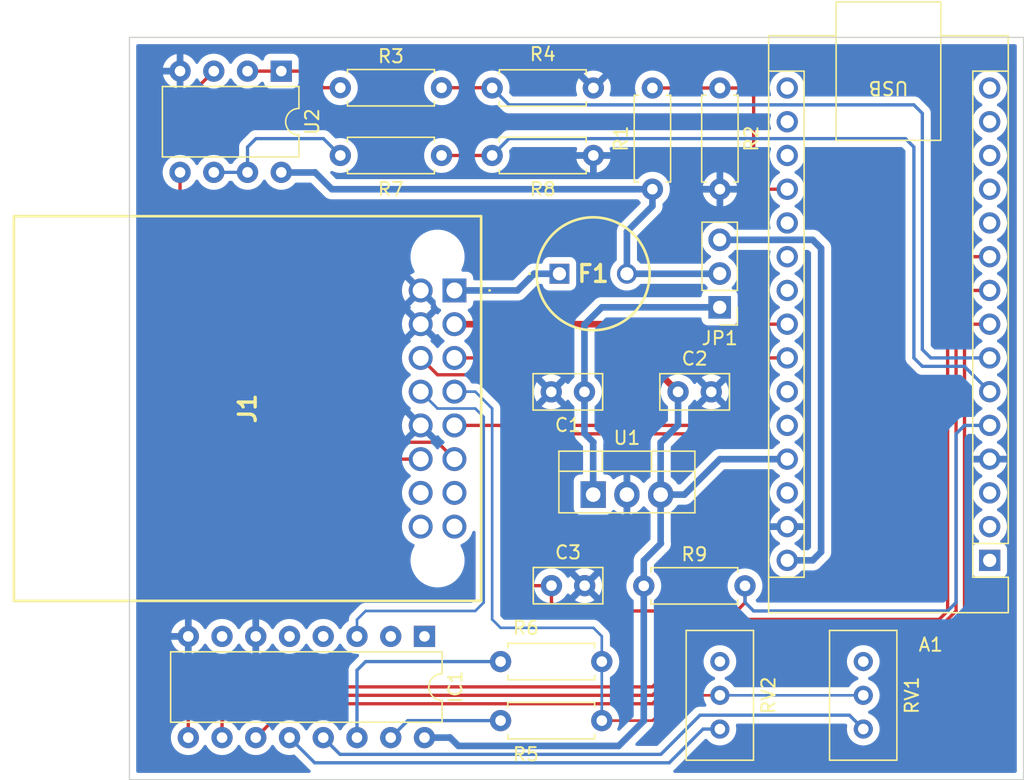
<source format=kicad_pcb>
(kicad_pcb (version 20211014) (generator pcbnew)
  (layers (0 "F.Cu" signal) (31 "B.Cu" signal) (34 "B.Paste" user) (35 "F.Paste" user) (36 "B.SilkS" user "B.Silkscreen") (37 "F.SilkS" user "F.Silkscreen") (38 "B.Mask" user) (39 "F.Mask" user) (44 "Edge.Cuts" user))
  (net 0 "")
  (net 4 "GND")
  (net 5 "/BUTTON+")
  (net 6 "/D3")
  (net 7 "/D4")
  (net 8 "/D5")
  (net 9 "/D6")
  (net 10 "/D7")
  (net 19 "/A0")
  (net 23 "/LCD_SDA")
  (net 24 "/LCD_SCL")
  (net 27 "+5V")
  (net 29 "/VIN")
  (net 30 "Net-(C1-Pad1)")
  (net 31 "+BATT")
  (net 32 "/LCD_BRIGHTNESS-")
  (net 33 "/DIMMER")
  (net 36 "/LCD_BRIGHTNESS+")
  (net 37 "/WATER_TEMP")
  (net 40 "VCC")
  (net 41 "Net-(R3-Pad1)")
  (net 42 "Net-(R7-Pad1)")
  (net 43 "Net-(IC1-Pad14)")
  (net 44 "Net-(IC1-Pad15)")
  (net 50 "Net-(IC1-Pad12)")
  (net 51 "Net-(IC1-Pad13)")
  (footprint "Resistor_THT:R_Axial_DIN0207_L6.3mm_D2.5mm_P7.62mm_Horizontal" (layer "F.Cu") (at 67.93 95.9)
    (fp_text reference "R9" (at 3.81 -2.37) (layer "F.SilkS"))
    (fp_text value "R")
    (fp_line (start 7.08 -1.37) (end 7.08 -1.04) (layer "F.SilkS") (width 0.12))
    (fp_line (start 7.08 1.37) (end 7.08 1.04) (layer "F.SilkS") (width 0.12))
    (fp_line (start 0.54 1.04) (end 0.54 1.37) (layer "F.SilkS") (width 0.12))
    (fp_line (start 0.54 -1.37) (end 7.08 -1.37) (layer "F.SilkS") (width 0.12))
    (fp_line (start 0.54 -1.04) (end 0.54 -1.37) (layer "F.SilkS") (width 0.12))
    (fp_line (start 0.54 1.37) (end 7.08 1.37) (layer "F.SilkS") (width 0.12))
    (pad "1" thru_hole circle (at 0 0) (size 1.6 1.6) (drill 0.8) (layers *.Cu *.Mask) (net 27 "+5V"))
    (pad "2" thru_hole oval (at 7.62 0) (size 1.6 1.6) (drill 0.8) (layers *.Cu *.Mask) (net 5 "/BUTTON+"))
  )
  (footprint "Package_DIP:DIP-8_W7.62mm" (layer "F.Cu") (at 40.64 57.15 -90)
    (fp_text reference "U2" (at 3.81 -2.33 90) (layer "F.SilkS"))
    (fp_text value "TLV2372")
    (fp_line (start 1.16 -1.33) (end 1.16 8.95) (layer "F.SilkS") (width 0.12))
    (fp_line (start 2.81 -1.33) (end 1.16 -1.33) (layer "F.SilkS") (width 0.12))
    (fp_line (start 6.46 -1.33) (end 4.81 -1.33) (layer "F.SilkS") (width 0.12))
    (fp_line (start 6.46 8.95) (end 6.46 -1.33) (layer "F.SilkS") (width 0.12))
    (fp_line (start 1.16 8.95) (end 6.46 8.95) (layer "F.SilkS") (width 0.12))
    (fp_arc (start 4.81 -1.33) (mid 3.81 -0.33) (end 2.81 -1.33) (layer "F.SilkS") (width 0.12))
    (pad "1" thru_hole rect (at 0 0 270) (size 1.6 1.6) (drill 0.8) (layers *.Cu *.Mask) (net 41 "Net-(R3-Pad1)"))
    (pad "2" thru_hole oval (at 0 2.54 270) (size 1.6 1.6) (drill 0.8) (layers *.Cu *.Mask) (net 41 "Net-(R3-Pad1)"))
    (pad "3" thru_hole oval (at 0 5.08 270) (size 1.6 1.6) (drill 0.8) (layers *.Cu *.Mask) (net 37 "/WATER_TEMP"))
    (pad "4" thru_hole oval (at 0 7.62 270) (size 1.6 1.6) (drill 0.8) (layers *.Cu *.Mask) (net 4 "GND"))
    (pad "5" thru_hole oval (at 7.62 7.62 270) (size 1.6 1.6) (drill 0.8) (layers *.Cu *.Mask) (net 33 "/DIMMER"))
    (pad "6" thru_hole oval (at 7.62 5.08 270) (size 1.6 1.6) (drill 0.8) (layers *.Cu *.Mask) (net 42 "Net-(R7-Pad1)"))
    (pad "7" thru_hole oval (at 7.62 2.54 270) (size 1.6 1.6) (drill 0.8) (layers *.Cu *.Mask) (net 42 "Net-(R7-Pad1)"))
    (pad "8" thru_hole oval (at 7.62 0 270) (size 1.6 1.6) (drill 0.8) (layers *.Cu *.Mask) (net 40 "VCC"))
  )
  (footprint "Resistor_THT:R_Axial_DIN0207_L6.3mm_D2.5mm_P7.62mm_Horizontal" (layer "F.Cu") (at 57.15 106.045)
    (fp_text reference "R5" (at 1.905 2.54) (layer "F.SilkS"))
    (fp_text value "R")
    (fp_line (start 7.08 -1.37) (end 7.08 -1.04) (layer "F.SilkS") (width 0.12))
    (fp_line (start 7.08 1.37) (end 7.08 1.04) (layer "F.SilkS") (width 0.12))
    (fp_line (start 0.54 -1.37) (end 7.08 -1.37) (layer "F.SilkS") (width 0.12))
    (fp_line (start 0.54 1.37) (end 7.08 1.37) (layer "F.SilkS") (width 0.12))
    (fp_line (start 0.54 -1.04) (end 0.54 -1.37) (layer "F.SilkS") (width 0.12))
    (fp_line (start 0.54 1.04) (end 0.54 1.37) (layer "F.SilkS") (width 0.12))
    (pad "1" thru_hole circle (at 0 0) (size 1.6 1.6) (drill 0.8) (layers *.Cu *.Mask) (net 44 "Net-(IC1-Pad15)"))
    (pad "2" thru_hole oval (at 7.62 0) (size 1.6 1.6) (drill 0.8) (layers *.Cu *.Mask) (net 36 "/LCD_BRIGHTNESS+"))
  )
  (footprint "Capacitor_THT:C_Disc_D5.0mm_W2.5mm_P2.50mm" (layer "F.Cu") (at 63.465 81.295 180)
    (fp_text reference "C1" (at 1.25 -2.5) (layer "F.SilkS"))
    (fp_text value "330n")
    (fp_line (start -1.37 -1.37) (end 3.87 -1.37) (layer "F.SilkS") (width 0.12))
    (fp_line (start -1.37 1.37) (end 3.87 1.37) (layer "F.SilkS") (width 0.12))
    (fp_line (start 3.87 -1.37) (end 3.87 1.37) (layer "F.SilkS") (width 0.12))
    (fp_line (start -1.37 -1.37) (end -1.37 1.37) (layer "F.SilkS") (width 0.12))
    (pad "1" thru_hole circle (at 0 0 180) (size 1.6 1.6) (drill 0.8) (layers *.Cu *.Mask) (net 30 "Net-(C1-Pad1)"))
    (pad "2" thru_hole circle (at 2.5 0 180) (size 1.6 1.6) (drill 0.8) (layers *.Cu *.Mask) (net 4 "GND"))
  )
  (footprint "Capacitor_THT:C_Disc_D5.0mm_W2.5mm_P2.50mm" (layer "F.Cu") (at 70.51 81.295)
    (fp_text reference "C2" (at 1.25 -2.5) (layer "F.SilkS"))
    (fp_text value "100n")
    (fp_line (start 3.87 -1.37) (end 3.87 1.37) (layer "F.SilkS") (width 0.12))
    (fp_line (start -1.37 -1.37) (end -1.37 1.37) (layer "F.SilkS") (width 0.12))
    (fp_line (start -1.37 1.37) (end 3.87 1.37) (layer "F.SilkS") (width 0.12))
    (fp_line (start -1.37 -1.37) (end 3.87 -1.37) (layer "F.SilkS") (width 0.12))
    (pad "1" thru_hole circle (at 0 0) (size 1.6 1.6) (drill 0.8) (layers *.Cu *.Mask) (net 27 "+5V"))
    (pad "2" thru_hole circle (at 2.5 0) (size 1.6 1.6) (drill 0.8) (layers *.Cu *.Mask) (net 4 "GND"))
  )
  (footprint "Littlefuse_37201000431:37201000431" (layer "F.Cu") (at 61.58 72.405)
    (fp_text reference "F1" (at 2.54 0) (layer "F.SilkS") (effects (font (size 1.27 1.27) (thickness 0.254))))
    (fp_text value "37201000431" hide)
    (fp_line (start -2.2 0) (end -2.2 0) (layer "F.SilkS") (width 0.1))
    (fp_line (start -2.3 0) (end -2.3 0) (layer "F.SilkS") (width 0.1))
    (fp_line (start -1.71 0) (end -1.71 0) (layer "F.SilkS") (width 0.2))
    (fp_line (start 6.79 0) (end 6.79 0) (layer "F.SilkS") (width 0.2))
    (fp_arc (start -2.2 0) (mid -2.25 0.05) (end -2.3 0) (layer "F.SilkS") (width 0.1))
    (fp_arc (start -1.71 0) (mid 2.54 -4.25) (end 6.79 0) (layer "F.SilkS") (width 0.2))
    (fp_arc (start 6.79 0) (mid 2.54 4.25) (end -1.71 0) (layer "F.SilkS") (width 0.2))
    (fp_arc (start -2.3 0) (mid -2.25 -0.05) (end -2.2 0) (layer "F.SilkS") (width 0.1))
    (pad "1" thru_hole rect (at 0 0) (size 1.5 1.5) (drill 1) (layers *.Cu *.Mask) (net 31 "+BATT"))
    (pad "2" thru_hole circle (at 5.08 0) (size 1.5 1.5) (drill 1) (layers *.Cu *.Mask) (net 40 "VCC"))
  )
  (footprint "Resistor_THT:R_Axial_DIN0207_L6.3mm_D2.5mm_P7.62mm_Horizontal" (layer "F.Cu") (at 57.15 101.6)
    (fp_text reference "R6" (at 1.905 -2.54) (layer "F.SilkS"))
    (fp_text value "R")
    (fp_line (start 0.54 -1.04) (end 0.54 -1.37) (layer "F.SilkS") (width 0.12))
    (fp_line (start 0.54 -1.37) (end 7.08 -1.37) (layer "F.SilkS") (width 0.12))
    (fp_line (start 7.08 1.37) (end 7.08 1.04) (layer "F.SilkS") (width 0.12))
    (fp_line (start 7.08 -1.37) (end 7.08 -1.04) (layer "F.SilkS") (width 0.12))
    (fp_line (start 0.54 1.04) (end 0.54 1.37) (layer "F.SilkS") (width 0.12))
    (fp_line (start 0.54 1.37) (end 7.08 1.37) (layer "F.SilkS") (width 0.12))
    (pad "1" thru_hole circle (at 0 0) (size 1.6 1.6) (drill 0.8) (layers *.Cu *.Mask) (net 43 "Net-(IC1-Pad14)"))
    (pad "2" thru_hole oval (at 7.62 0) (size 1.6 1.6) (drill 0.8) (layers *.Cu *.Mask) (net 36 "/LCD_BRIGHTNESS+"))
  )
  (footprint "Capacitor_THT:C_Disc_D5.0mm_W2.5mm_P2.50mm" (layer "F.Cu") (at 60.98 95.885)
    (fp_text reference "C3" (at 1.25 -2.5) (layer "F.SilkS"))
    (fp_text value "C")
    (fp_line (start -1.37 -1.37) (end 3.87 -1.37) (layer "F.SilkS") (width 0.12))
    (fp_line (start 3.87 -1.37) (end 3.87 1.37) (layer "F.SilkS") (width 0.12))
    (fp_line (start -1.37 1.37) (end 3.87 1.37) (layer "F.SilkS") (width 0.12))
    (fp_line (start -1.37 -1.37) (end -1.37 1.37) (layer "F.SilkS") (width 0.12))
    (pad "1" thru_hole circle (at 0 0) (size 1.6 1.6) (drill 0.8) (layers *.Cu *.Mask) (net 5 "/BUTTON+"))
    (pad "2" thru_hole circle (at 2.5 0) (size 1.6 1.6) (drill 0.8) (layers *.Cu *.Mask) (net 4 "GND"))
  )
  (footprint "Molex_34691-0161:Molex 34691-0161" (layer "F.Cu") (at 53.675 73.66 -90)
    (fp_text reference "J1" (at 8.89 15.575 90) (layer "F.SilkS") (effects (font (size 1.27 1.27) (thickness 0.254))))
    (fp_text value "Molex 34691-0161" hide)
    (fp_line (start 23.37 -2.01) (end 23.37 33.16) (layer "F.SilkS") (width 0.2))
    (fp_line (start -5.59 -2.01) (end 23.37 -2.01) (layer "F.SilkS") (width 0.2))
    (fp_line (start 0 -2.6) (end 0 -2.6) (layer "F.SilkS") (width 0.1))
    (fp_line (start -5.59 33.16) (end -5.59 -2.01) (layer "F.SilkS") (width 0.2))
    (fp_line (start 23.37 33.16) (end -5.59 33.16) (layer "F.SilkS") (width 0.2))
    (fp_line (start 0 -2.7) (end 0 -2.7) (layer "F.SilkS") (width 0.1))
    (fp_arc (start 0 -2.7) (mid 0.05 -2.65) (end 0 -2.6) (layer "F.SilkS") (width 0.1))
    (fp_arc (start 0 -2.6) (mid -0.05 -2.65) (end 0 -2.7) (layer "F.SilkS") (width 0.1))
    (pad "" np_thru_hole circle (at -2.54 1.27 270) (size 3.05 3.05) (drill 3.05) (layers *.Cu *.Mask))
    (pad "" np_thru_hole circle (at 20.32 1.27 270) (size 3.05 3.05) (drill 3.05) (layers *.Cu *.Mask))
    (pad "1" thru_hole rect (at 0 0 270) (size 1.8 1.8) (drill 1.2) (layers *.Cu *.Mask) (net 31 "+BATT"))
    (pad "2" thru_hole circle (at 2.54 0 270) (size 1.8 1.8) (drill 1.2) (layers *.Cu *.Mask) (net 27 "+5V"))
    (pad "3" thru_hole circle (at 5.08 0 270) (size 1.8 1.8) (drill 1.2) (layers *.Cu *.Mask) (net 23 "/LCD_SDA"))
    (pad "4" thru_hole circle (at 7.62 0 270) (size 1.8 1.8) (drill 1.2) (layers *.Cu *.Mask) (net 36 "/LCD_BRIGHTNESS+"))
    (pad "5" thru_hole circle (at 10.16 0 270) (size 1.8 1.8) (drill 1.2) (layers *.Cu *.Mask) (net 5 "/BUTTON+"))
    (pad "6" thru_hole circle (at 12.7 0 270) (size 1.8 1.8) (drill 1.2) (layers *.Cu *.Mask) (net 33 "/DIMMER"))
    (pad "7" thru_hole circle (at 15.24 0 270) (size 1.8 1.8) (drill 1.2) (layers *.Cu *.Mask))
    (pad "8" thru_hole circle (at 17.78 0 270) (size 1.8 1.8) (drill 1.2) (layers *.Cu *.Mask))
    (pad "9" thru_hole circle (at 0 2.54 270) (size 1.8 1.8) (drill 1.2) (layers *.Cu *.Mask) (net 4 "GND"))
    (pad "10" thru_hole circle (at 2.54 2.54 270) (size 1.8 1.8) (drill 1.2) (layers *.Cu *.Mask) (net 4 "GND"))
    (pad "11" thru_hole circle (at 5.08 2.54 270) (size 1.8 1.8) (drill 1.2) (layers *.Cu *.Mask) (net 24 "/LCD_SCL"))
    (pad "12" thru_hole circle (at 7.62 2.54 270) (size 1.8 1.8) (drill 1.2) (layers *.Cu *.Mask) (net 32 "/LCD_BRIGHTNESS-"))
    (pad "13" thru_hole circle (at 10.16 2.54 270) (size 1.8 1.8) (drill 1.2) (layers *.Cu *.Mask) (net 4 "GND"))
    (pad "14" thru_hole circle (at 12.7 2.54 270) (size 1.8 1.8) (drill 1.2) (layers *.Cu *.Mask) (net 37 "/WATER_TEMP"))
    (pad "15" thru_hole circle (at 15.24 2.54 270) (size 1.8 1.8) (drill 1.2) (layers *.Cu *.Mask))
    (pad "16" thru_hole circle (at 17.78 2.54 270) (size 1.8 1.8) (drill 1.2) (layers *.Cu *.Mask))
  )
  (footprint "Resistor_THT:R_Axial_DIN0207_L6.3mm_D2.5mm_P7.62mm_Horizontal" (layer "F.Cu") (at 73.66 58.42 -90)
    (fp_text reference "R2" (at 3.81 -2.37 90) (layer "F.SilkS"))
    (fp_text value "R")
    (fp_line (start 7.08 1.37) (end 7.08 1.04) (layer "F.SilkS") (width 0.12))
    (fp_line (start 0.54 1.37) (end 7.08 1.37) (layer "F.SilkS") (width 0.12))
    (fp_line (start 0.54 -1.37) (end 7.08 -1.37) (layer "F.SilkS") (width 0.12))
    (fp_line (start 0.54 1.04) (end 0.54 1.37) (layer "F.SilkS") (width 0.12))
    (fp_line (start 0.54 -1.04) (end 0.54 -1.37) (layer "F.SilkS") (width 0.12))
    (fp_line (start 7.08 -1.37) (end 7.08 -1.04) (layer "F.SilkS") (width 0.12))
    (pad "1" thru_hole circle (at 0 0 270) (size 1.6 1.6) (drill 0.8) (layers *.Cu *.Mask) (net 19 "/A0"))
    (pad "2" thru_hole oval (at 7.62 0 270) (size 1.6 1.6) (drill 0.8) (layers *.Cu *.Mask) (net 4 "GND"))
  )
  (footprint "Package_DIP:DIP-16_W7.62mm" (layer "F.Cu") (at 51.42 99.705 -90)
    (fp_text reference "IC1" (at 3.81 -2.33 -270) (layer "F.SilkS"))
    (fp_text value "MAX4617CPE+")
    (fp_line (start 2.81 -1.33) (end 1.16 -1.33) (layer "F.SilkS") (width 0.12))
    (fp_line (start 6.46 -1.33) (end 4.81 -1.33) (layer "F.SilkS") (width 0.12))
    (fp_line (start 1.16 19.11) (end 6.46 19.11) (layer "F.SilkS") (width 0.12))
    (fp_line (start 6.46 19.11) (end 6.46 -1.33) (layer "F.SilkS") (width 0.12))
    (fp_line (start 1.16 -1.33) (end 1.16 19.11) (layer "F.SilkS") (width 0.12))
    (fp_arc (start 4.81 -1.33) (mid 3.81 -0.33) (end 2.81 -1.33) (layer "F.SilkS") (width 0.12))
    (pad "1" thru_hole rect (at 0 0 270) (size 1.6 1.6) (drill 0.8) (layers *.Cu *.Mask))
    (pad "2" thru_hole oval (at 0 2.54 270) (size 1.6 1.6) (drill 0.8) (layers *.Cu *.Mask))
    (pad "3" thru_hole oval (at 0 5.08 270) (size 1.6 1.6) (drill 0.8) (layers *.Cu *.Mask) (net 32 "/LCD_BRIGHTNESS-"))
    (pad "4" thru_hole oval (at 0 7.62 270) (size 1.6 1.6) (drill 0.8) (layers *.Cu *.Mask))
    (pad "5" thru_hole oval (at 0 10.16 270) (size 1.6 1.6) (drill 0.8) (layers *.Cu *.Mask))
    (pad "6" thru_hole oval (at 0 12.7 270) (size 1.6 1.6) (drill 0.8) (layers *.Cu *.Mask) (net 4 "GND"))
    (pad "7" thru_hole oval (at 0 15.24 270) (size 1.6 1.6) (drill 0.8) (layers *.Cu *.Mask))
    (pad "8" thru_hole oval (at 0 17.78 270) (size 1.6 1.6) (drill 0.8) (layers *.Cu *.Mask) (net 4 "GND"))
    (pad "9" thru_hole oval (at 7.62 17.78 270) (size 1.6 1.6) (drill 0.8) (layers *.Cu *.Mask) (net 10 "/D7"))
    (pad "10" thru_hole oval (at 7.62 15.24 270) (size 1.6 1.6) (drill 0.8) (layers *.Cu *.Mask) (net 9 "/D6"))
    (pad "11" thru_hole oval (at 7.62 12.7 270) (size 1.6 1.6) (drill 0.8) (layers *.Cu *.Mask) (net 8 "/D5"))
    (pad "12" thru_hole oval (at 7.62 10.16 270) (size 1.6 1.6) (drill 0.8) (layers *.Cu *.Mask) (net 50 "Net-(IC1-Pad12)"))
    (pad "13" thru_hole oval (at 7.62 7.62 270) (size 1.6 1.6) (drill 0.8) (layers *.Cu *.Mask) (net 51 "Net-(IC1-Pad13)"))
    (pad "14" thru_hole oval (at 7.62 5.08 270) (size 1.6 1.6) (drill 0.8) (layers *.Cu *.Mask) (net 43 "Net-(IC1-Pad14)"))
    (pad "15" thru_hole oval (at 7.62 2.54 270) (size 1.6 1.6) (drill 0.8) (layers *.Cu *.Mask) (net 44 "Net-(IC1-Pad15)"))
    (pad "16" thru_hole oval (at 7.62 0 270) (size 1.6 1.6) (drill 0.8) (layers *.Cu *.Mask) (net 27 "+5V"))
  )
  (footprint "Resistor_THT:R_Axial_DIN0207_L6.3mm_D2.5mm_P7.62mm_Horizontal" (layer "F.Cu") (at 68.58 66.04 90)
    (fp_text reference "R1" (at 3.81 -2.37 90) (layer "F.SilkS"))
    (fp_text value "R")
    (fp_line (start 0.54 1.37) (end 7.08 1.37) (layer "F.SilkS") (width 0.12))
    (fp_line (start 0.54 -1.37) (end 7.08 -1.37) (layer "F.SilkS") (width 0.12))
    (fp_line (start 0.54 1.04) (end 0.54 1.37) (layer "F.SilkS") (width 0.12))
    (fp_line (start 7.08 -1.37) (end 7.08 -1.04) (layer "F.SilkS") (width 0.12))
    (fp_line (start 7.08 1.37) (end 7.08 1.04) (layer "F.SilkS") (width 0.12))
    (fp_line (start 0.54 -1.04) (end 0.54 -1.37) (layer "F.SilkS") (width 0.12))
    (pad "1" thru_hole circle (at 0 0 90) (size 1.6 1.6) (drill 0.8) (layers *.Cu *.Mask) (net 40 "VCC"))
    (pad "2" thru_hole oval (at 7.62 0 90) (size 1.6 1.6) (drill 0.8) (layers *.Cu *.Mask) (net 19 "/A0"))
  )
  (footprint "Connector_PinHeader_2.54mm:PinHeader_1x03_P2.54mm_Vertical" (layer "F.Cu") (at 73.645 74.93 180)
    (fp_text reference "JP1" (at 0 -2.33) (layer "F.SilkS"))
    (fp_text value "Jumper_3_Bridged12")
    (fp_line (start -1.33 1.27) (end 1.33 1.27) (layer "F.SilkS") (width 0.12))
    (fp_line (start -1.33 0) (end -1.33 -1.33) (layer "F.SilkS") (width 0.12))
    (fp_line (start -1.33 -1.33) (end 0 -1.33) (layer "F.SilkS") (width 0.12))
    (fp_line (start -1.33 6.41) (end 1.33 6.41) (layer "F.SilkS") (width 0.12))
    (fp_line (start 1.33 1.27) (end 1.33 6.41) (layer "F.SilkS") (width 0.12))
    (fp_line (start -1.33 1.27) (end -1.33 6.41) (layer "F.SilkS") (width 0.12))
    (pad "1" thru_hole rect (at 0 0 180) (size 1.7 1.7) (drill 1) (layers *.Cu *.Mask) (net 30 "Net-(C1-Pad1)"))
    (pad "2" thru_hole oval (at 0 2.54 180) (size 1.7 1.7) (drill 1) (layers *.Cu *.Mask) (net 40 "VCC"))
    (pad "3" thru_hole oval (at 0 5.08 180) (size 1.7 1.7) (drill 1) (layers *.Cu *.Mask) (net 29 "/VIN"))
  )
  (footprint "Resistor_THT:R_Axial_DIN0207_L6.3mm_D2.5mm_P7.62mm_Horizontal" (layer "F.Cu") (at 64.135 58.42 180)
    (fp_text reference "R4" (at 3.81 2.54) (layer "F.SilkS"))
    (fp_text value "R")
    (fp_line (start 0.54 -1.04) (end 0.54 -1.37) (layer "F.SilkS") (width 0.12))
    (fp_line (start 0.54 -1.37) (end 7.08 -1.37) (layer "F.SilkS") (width 0.12))
    (fp_line (start 0.54 1.37) (end 7.08 1.37) (layer "F.SilkS") (width 0.12))
    (fp_line (start 7.08 1.37) (end 7.08 1.04) (layer "F.SilkS") (width 0.12))
    (fp_line (start 0.54 1.04) (end 0.54 1.37) (layer "F.SilkS") (width 0.12))
    (fp_line (start 7.08 -1.37) (end 7.08 -1.04) (layer "F.SilkS") (width 0.12))
    (pad "1" thru_hole circle (at 0 0 180) (size 1.6 1.6) (drill 0.8) (layers *.Cu *.Mask) (net 4 "GND"))
    (pad "2" thru_hole oval (at 7.62 0 180) (size 1.6 1.6) (drill 0.8) (layers *.Cu *.Mask) (net 7 "/D4"))
  )
  (footprint "Resistor_THT:R_Axial_DIN0207_L6.3mm_D2.5mm_P7.62mm_Horizontal" (layer "F.Cu") (at 45.085 58.4)
    (fp_text reference "R3" (at 3.81 -2.37) (layer "F.SilkS"))
    (fp_text value "R")
    (fp_line (start 0.54 1.37) (end 7.08 1.37) (layer "F.SilkS") (width 0.12))
    (fp_line (start 0.54 1.04) (end 0.54 1.37) (layer "F.SilkS") (width 0.12))
    (fp_line (start 7.08 -1.37) (end 7.08 -1.04) (layer "F.SilkS") (width 0.12))
    (fp_line (start 7.08 1.37) (end 7.08 1.04) (layer "F.SilkS") (width 0.12))
    (fp_line (start 0.54 -1.37) (end 7.08 -1.37) (layer "F.SilkS") (width 0.12))
    (fp_line (start 0.54 -1.04) (end 0.54 -1.37) (layer "F.SilkS") (width 0.12))
    (pad "1" thru_hole circle (at 0 0) (size 1.6 1.6) (drill 0.8) (layers *.Cu *.Mask) (net 41 "Net-(R3-Pad1)"))
    (pad "2" thru_hole oval (at 7.62 0) (size 1.6 1.6) (drill 0.8) (layers *.Cu *.Mask) (net 7 "/D4"))
  )
  (footprint "Potentiometer_THT:Potentiometer_Bourns_3296W_Vertical" (layer "F.Cu") (at 84.455 106.68 -90)
    (fp_text reference "RV1" (at -2.54 -3.66 90) (layer "F.SilkS"))
    (fp_text value "R_Potentiometer")
    (fp_line (start 2.345 -2.53) (end 2.345 2.54) (layer "F.SilkS") (width 0.12))
    (fp_line (start -7.425 -2.53) (end -7.425 2.54) (layer "F.SilkS") (width 0.12))
    (fp_line (start -7.425 2.54) (end 2.345 2.54) (layer "F.SilkS") (width 0.12))
    (fp_line (start -7.425 -2.53) (end 2.345 -2.53) (layer "F.SilkS") (width 0.12))
    (pad "1" thru_hole circle (at 0 0 270) (size 1.44 1.44) (drill 0.8) (layers *.Cu *.Mask) (net 51 "Net-(IC1-Pad13)"))
    (pad "2" thru_hole circle (at -2.54 0 270) (size 1.44 1.44) (drill 0.8) (layers *.Cu *.Mask) (net 36 "/LCD_BRIGHTNESS+"))
    (pad "3" thru_hole circle (at -5.08 0 270) (size 1.44 1.44) (drill 0.8) (layers *.Cu *.Mask))
  )
  (footprint "Resistor_THT:R_Axial_DIN0207_L6.3mm_D2.5mm_P7.62mm_Horizontal" (layer "F.Cu") (at 45.085 63.5)
    (fp_text reference "R7" (at 3.81 2.54) (layer "F.SilkS"))
    (fp_text value "R")
    (fp_line (start 0.54 1.37) (end 7.08 1.37) (layer "F.SilkS") (width 0.12))
    (fp_line (start 0.54 -1.04) (end 0.54 -1.37) (layer "F.SilkS") (width 0.12))
    (fp_line (start 0.54 1.04) (end 0.54 1.37) (layer "F.SilkS") (width 0.12))
    (fp_line (start 7.08 -1.37) (end 7.08 -1.04) (layer "F.SilkS") (width 0.12))
    (fp_line (start 7.08 1.37) (end 7.08 1.04) (layer "F.SilkS") (width 0.12))
    (fp_line (start 0.54 -1.37) (end 7.08 -1.37) (layer "F.SilkS") (width 0.12))
    (pad "1" thru_hole circle (at 0 0) (size 1.6 1.6) (drill 0.8) (layers *.Cu *.Mask) (net 42 "Net-(R7-Pad1)"))
    (pad "2" thru_hole oval (at 7.62 0) (size 1.6 1.6) (drill 0.8) (layers *.Cu *.Mask) (net 6 "/D3"))
  )
  (footprint "Arduino_Nano_Every:Arduino_Nano_Every" (layer "F.Cu") (at 93.97 93.98 180)
    (fp_text reference "A1" (at 4.435 -6.35 180) (layer "F.SilkS"))
    (fp_text value "Arduino_Nano_Every")
    (fp_text user "USB" (at 7.62 35.56 180 unlocked) (layer "F.SilkS"))
    (fp_line (start 11.56 42.04) (end 3.68 42.04) (layer "F.SilkS") (width 0.12))
    (fp_line (start 1.27 -1.27) (end -1.4 -1.27) (layer "F.SilkS") (width 0.12))
    (fp_line (start 1.27 36.83) (end -1.4 36.83) (layer "F.SilkS") (width 0.12))
    (fp_line (start -1.4 39.5) (end 3.68 39.5) (layer "F.SilkS") (width 0.12))
    (fp_line (start 13.97 36.83) (end 16.64 36.83) (layer "F.SilkS") (width 0.12))
    (fp_line (start 16.64 -3.94) (end -1.4 -3.94) (layer "F.SilkS") (width 0.12))
    (fp_line (start 1.27 1.27) (end 1.27 -1.27) (layer "F.SilkS") (width 0.12))
    (fp_line (start 1.27 1.27) (end 1.27 36.83) (layer "F.SilkS") (width 0.12))
    (fp_line (start -1.4 1.27) (end -1.4 39.5) (layer "F.SilkS") (width 0.12))
    (fp_line (start 16.64 39.5) (end 16.64 -3.94) (layer "F.SilkS") (width 0.12))
    (fp_line (start 3.68 31.62) (end 11.56 31.62) (layer "F.SilkS") (width 0.12))
    (fp_line (start 11.56 31.62) (end 11.56 42.04) (layer "F.SilkS") (width 0.12))
    (fp_line (start 13.97 -1.27) (end 13.97 36.83) (layer "F.SilkS") (width 0.12))
    (fp_line (start 16.64 39.5) (end 11.56 39.5) (layer "F.SilkS") (width 0.12))
    (fp_line (start 1.27 1.27) (end -1.4 1.27) (layer "F.SilkS") (width 0.12))
    (fp_line (start -1.4 -3.94) (end -1.4 -1.27) (layer "F.SilkS") (width 0.12))
    (fp_line (start 13.97 -1.27) (end 16.64 -1.27) (layer "F.SilkS") (width 0.12))
    (fp_line (start 3.68 42.04) (end 3.68 31.62) (layer "F.SilkS") (width 0.12))
    (pad "1" thru_hole rect (at 0 0 180) (size 1.6 1.6) (drill 1) (layers *.Cu *.Mask))
    (pad "2" thru_hole oval (at 0 2.54 180) (size 1.6 1.6) (drill 1) (layers *.Cu *.Mask))
    (pad "3" thru_hole oval (at 0 5.08 180) (size 1.6 1.6) (drill 1) (layers *.Cu *.Mask))
    (pad "4" thru_hole oval (at 0 7.62 180) (size 1.6 1.6) (drill 1) (layers *.Cu *.Mask) (net 4 "GND"))
    (pad "5" thru_hole oval (at 0 10.16 180) (size 1.6 1.6) (drill 1) (layers *.Cu *.Mask) (net 5 "/BUTTON+"))
    (pad "6" thru_hole oval (at 0 12.7 180) (size 1.6 1.6) (drill 1) (layers *.Cu *.Mask) (net 6 "/D3"))
    (pad "7" thru_hole oval (at 0 15.24 180) (size 1.6 1.6) (drill 1) (layers *.Cu *.Mask) (net 7 "/D4"))
    (pad "8" thru_hole oval (at 0 17.78 180) (size 1.6 1.6) (drill 1) (layers *.Cu *.Mask) (net 8 "/D5"))
    (pad "9" thru_hole oval (at 0 20.32 180) (size 1.6 1.6) (drill 1) (layers *.Cu *.Mask) (net 9 "/D6"))
    (pad "10" thru_hole oval (at 0 22.86 180) (size 1.6 1.6) (drill 1) (layers *.Cu *.Mask) (net 10 "/D7"))
    (pad "11" thru_hole oval (at 0 25.4 180) (size 1.6 1.6) (drill 1) (layers *.Cu *.Mask))
    (pad "12" thru_hole oval (at 0 27.94 180) (size 1.6 1.6) (drill 1) (layers *.Cu *.Mask))
    (pad "13" thru_hole oval (at 0 30.48 180) (size 1.6 1.6) (drill 1) (layers *.Cu *.Mask))
    (pad "14" thru_hole oval (at 0 33.02 180) (size 1.6 1.6) (drill 1) (layers *.Cu *.Mask))
    (pad "15" thru_hole oval (at 0 35.56 180) (size 1.6 1.6) (drill 1) (layers *.Cu *.Mask))
    (pad "16" thru_hole oval (at 15.24 35.56 180) (size 1.6 1.6) (drill 1) (layers *.Cu *.Mask))
    (pad "17" thru_hole oval (at 15.24 33.02 180) (size 1.6 1.6) (drill 1) (layers *.Cu *.Mask))
    (pad "18" thru_hole oval (at 15.24 30.48 180) (size 1.6 1.6) (drill 1) (layers *.Cu *.Mask))
    (pad "19" thru_hole oval (at 15.24 27.94 180) (size 1.6 1.6) (drill 1) (layers *.Cu *.Mask) (net 19 "/A0"))
    (pad "20" thru_hole oval (at 15.24 25.4 180) (size 1.6 1.6) (drill 1) (layers *.Cu *.Mask))
    (pad "21" thru_hole oval (at 15.24 22.86 180) (size 1.6 1.6) (drill 1) (layers *.Cu *.Mask))
    (pad "22" thru_hole oval (at 15.24 20.32 180) (size 1.6 1.6) (drill 1) (layers *.Cu *.Mask))
    (pad "23" thru_hole oval (at 15.24 17.78 180) (size 1.6 1.6) (drill 1) (layers *.Cu *.Mask) (net 23 "/LCD_SDA"))
    (pad "24" thru_hole oval (at 15.24 15.24 180) (size 1.6 1.6) (drill 1) (layers *.Cu *.Mask) (net 24 "/LCD_SCL"))
    (pad "25" thru_hole oval (at 15.24 12.7 180) (size 1.6 1.6) (drill 1) (layers *.Cu *.Mask))
    (pad "26" thru_hole oval (at 15.24 10.16 180) (size 1.6 1.6) (drill 1) (layers *.Cu *.Mask))
    (pad "27" thru_hole oval (at 15.24 7.62 180) (size 1.6 1.6) (drill 1) (layers *.Cu *.Mask) (net 27 "+5V"))
    (pad "28" thru_hole oval (at 15.24 5.08 180) (size 1.6 1.6) (drill 1) (layers *.Cu *.Mask))
    (pad "29" thru_hole oval (at 15.24 2.54 180) (size 1.6 1.6) (drill 1) (layers *.Cu *.Mask) (net 4 "GND"))
    (pad "30" thru_hole oval (at 15.24 0 180) (size 1.6 1.6) (drill 1) (layers *.Cu *.Mask) (net 29 "/VIN"))
  )
  (footprint "Resistor_THT:R_Axial_DIN0207_L6.3mm_D2.5mm_P7.62mm_Horizontal" (layer "F.Cu") (at 56.515 63.5)
    (fp_text reference "R8" (at 3.81 2.54) (layer "F.SilkS"))
    (fp_text value "R")
    (fp_line (start 0.54 1.37) (end 7.08 1.37) (layer "F.SilkS") (width 0.12))
    (fp_line (start 7.08 -1.37) (end 7.08 -1.04) (layer "F.SilkS") (width 0.12))
    (fp_line (start 0.54 -1.37) (end 7.08 -1.37) (layer "F.SilkS") (width 0.12))
    (fp_line (start 0.54 1.04) (end 0.54 1.37) (layer "F.SilkS") (width 0.12))
    (fp_line (start 7.08 1.37) (end 7.08 1.04) (layer "F.SilkS") (width 0.12))
    (fp_line (start 0.54 -1.04) (end 0.54 -1.37) (layer "F.SilkS") (width 0.12))
    (pad "1" thru_hole circle (at 0 0) (size 1.6 1.6) (drill 0.8) (layers *.Cu *.Mask) (net 6 "/D3"))
    (pad "2" thru_hole oval (at 7.62 0) (size 1.6 1.6) (drill 0.8) (layers *.Cu *.Mask) (net 4 "GND"))
  )
  (footprint "Potentiometer_THT:Potentiometer_Bourns_3296W_Vertical" (layer "F.Cu") (at 73.66 106.68 -90)
    (fp_text reference "RV2" (at -2.54 -3.66 90) (layer "F.SilkS"))
    (fp_text value "R_Potentiometer")
    (fp_line (start -7.425 2.54) (end 2.345 2.54) (layer "F.SilkS") (width 0.12))
    (fp_line (start 2.345 -2.53) (end 2.345 2.54) (layer "F.SilkS") (width 0.12))
    (fp_line (start -7.425 -2.53) (end -7.425 2.54) (layer "F.SilkS") (width 0.12))
    (fp_line (start -7.425 -2.53) (end 2.345 -2.53) (layer "F.SilkS") (width 0.12))
    (pad "1" thru_hole circle (at 0 0 270) (size 1.44 1.44) (drill 0.8) (layers *.Cu *.Mask) (net 50 "Net-(IC1-Pad12)"))
    (pad "2" thru_hole circle (at -2.54 0 270) (size 1.44 1.44) (drill 0.8) (layers *.Cu *.Mask) (net 36 "/LCD_BRIGHTNESS+"))
    (pad "3" thru_hole circle (at -5.08 0 270) (size 1.44 1.44) (drill 0.8) (layers *.Cu *.Mask))
  )
  (footprint "Package_TO_SOT_THT:TO-220-3_Vertical" (layer "F.Cu") (at 64.12 89.03)
    (fp_text reference "U1" (at 2.54 -4.27) (layer "F.SilkS"))
    (fp_text value "L7805")
    (fp_line (start -2.58 1.371) (end 7.66 1.371) (layer "F.SilkS") (width 0.12))
    (fp_line (start 0.69 -3.27) (end 0.69 -1.76) (layer "F.SilkS") (width 0.12))
    (fp_line (start 7.66 -3.27) (end 7.66 1.371) (layer "F.SilkS") (width 0.12))
    (fp_line (start 4.391 -3.27) (end 4.391 -1.76) (layer "F.SilkS") (width 0.12))
    (fp_line (start -2.58 -3.27) (end -2.58 1.371) (layer "F.SilkS") (width 0.12))
    (fp_line (start -2.58 -1.76) (end 7.66 -1.76) (layer "F.SilkS") (width 0.12))
    (fp_line (start -2.58 -3.27) (end 7.66 -3.27) (layer "F.SilkS") (width 0.12))
    (pad "1" thru_hole rect (at 0 0) (size 1.905 2) (drill 1.1) (layers *.Cu *.Mask) (net 30 "Net-(C1-Pad1)"))
    (pad "2" thru_hole oval (at 2.54 0) (size 1.905 2) (drill 1.1) (layers *.Cu *.Mask) (net 4 "GND"))
    (pad "3" thru_hole oval (at 5.08 0) (size 1.905 2) (drill 1.1) (layers *.Cu *.Mask) (net 27 "+5V"))
  )
  (gr_rect (start 29.21 54.61) (end 96.52 110.49) (layer "Edge.Cuts") (width 0.1) (fill none))
  (segment (start 75.565 97.155) (end 75.55 97.14) (width 0.25) (layer "F.Cu") (net 5))
  (segment (start 60.98 95.885) (end 58.42 95.885) (width 0.25) (layer "F.Cu") (net 5))
  (segment (start 74.93 97.79) (end 75.565 97.155) (width 0.25) (layer "F.Cu") (net 5))
  (segment (start 60.98 97.175) (end 61.595 97.79) (width 0.25) (layer "F.Cu") (net 5))
  (segment (start 75.55 97.14) (end 75.55 95.9) (width 0.25) (layer "F.Cu") (net 5))
  (segment (start 57.785 84.455) (end 57.15 83.82) (width 0.25) (layer "F.Cu") (net 5))
  (segment (start 58.42 95.885) (end 57.785 95.25) (width 0.25) (layer "F.Cu") (net 5))
  (segment (start 57.15 83.82) (end 53.675 83.82) (width 0.25) (layer "F.Cu") (net 5))
  (segment (start 61.595 97.79) (end 74.93 97.79) (width 0.25) (layer "F.Cu") (net 5))
  (segment (start 60.98 95.885) (end 60.98 97.175) (width 0.25) (layer "F.Cu") (net 5))
  (segment (start 57.785 95.25) (end 57.785 84.455) (width 0.25) (layer "F.Cu") (net 5))
  (segment (start 90.805 97.79) (end 91.44 97.155) (width 0.25) (layer "B.Cu") (net 5))
  (segment (start 76.2 97.79) (end 90.805 97.79) (width 0.25) (layer "B.Cu") (net 5))
  (segment (start 75.55 97.14) (end 76.2 97.79) (width 0.25) (layer "B.Cu") (net 5))
  (segment (start 92.075 83.82) (end 93.97 83.82) (width 0.25) (layer "B.Cu") (net 5))
  (segment (start 91.44 97.155) (end 91.44 84.455) (width 0.25) (layer "B.Cu") (net 5))
  (segment (start 91.44 84.455) (end 92.075 83.82) (width 0.25) (layer "B.Cu") (net 5))
  (segment (start 75.55 95.9) (end 75.55 97.14) (width 0.25) (layer "B.Cu") (net 5))
  (segment (start 52.705 63.5) (end 56.515 63.5) (width 0.25) (layer "F.Cu") (net 6))
  (segment (start 88.9 79.375) (end 88.265 78.74) (width 0.25) (layer "B.Cu") (net 6))
  (segment (start 88.265 62.865) (end 87.63 62.23) (width 0.25) (layer "B.Cu") (net 6))
  (segment (start 87.63 62.23) (end 57.785 62.23) (width 0.25) (layer "B.Cu") (net 6))
  (segment (start 92.075 79.385) (end 92.075 79.375) (width 0.25) (layer "B.Cu") (net 6))
  (segment (start 88.265 78.74) (end 88.265 62.865) (width 0.25) (layer "B.Cu") (net 6))
  (segment (start 93.97 81.28) (end 92.075 79.385) (width 0.25) (layer "B.Cu") (net 6))
  (segment (start 57.785 62.23) (end 56.515 63.5) (width 0.25) (layer "B.Cu") (net 6))
  (segment (start 92.075 79.375) (end 88.9 79.375) (width 0.25) (layer "B.Cu") (net 6))
  (segment (start 56.495 58.4) (end 56.515 58.42) (width 0.25) (layer "F.Cu") (net 7))
  (segment (start 52.705 58.4) (end 56.495 58.4) (width 0.25) (layer "F.Cu") (net 7))
  (segment (start 88.9 60.325698) (end 88.9 78.105) (width 0.25) (layer "B.Cu") (net 7))
  (segment (start 57.785 59.69) (end 88.264302 59.69) (width 0.25) (layer "B.Cu") (net 7))
  (segment (start 88.264302 59.69) (end 88.9 60.325698) (width 0.25) (layer "B.Cu") (net 7))
  (segment (start 56.515 58.42) (end 57.785 59.69) (width 0.25) (layer "B.Cu") (net 7))
  (segment (start 88.9 78.105) (end 89.535 78.74) (width 0.25) (layer "B.Cu") (net 7))
  (segment (start 89.535 78.74) (end 93.97 78.74) (width 0.25) (layer "B.Cu") (net 7))
  (segment (start 92.71 76.2) (end 93.97 76.2) (width 0.25) (layer "F.Cu") (net 8))
  (segment (start 71.385 101.97) (end 71.385 100.065) (width 0.25) (layer "F.Cu") (net 8))
  (segment (start 68.58 104.775) (end 71.385 101.97) (width 0.25) (layer "F.Cu") (net 8))
  (segment (start 38.72 107.325) (end 41.27 104.775) (width 0.25) (layer "F.Cu") (net 8))
  (segment (start 90.807792 99.06) (end 92.075 99.06) (width 0.25) (layer "F.Cu") (net 8))
  (segment (start 41.27 104.775) (end 68.58 104.775) (width 0.25) (layer "F.Cu") (net 8))
  (segment (start 92.075 99.06) (end 92.075 76.835) (width 0.25) (layer "F.Cu") (net 8))
  (segment (start 72.125 99.325) (end 90.542792 99.325) (width 0.25) (layer "F.Cu") (net 8))
  (segment (start 71.385 100.065) (end 72.125 99.325) (width 0.25) (layer "F.Cu") (net 8))
  (segment (start 92.075 76.835) (end 92.71 76.2) (width 0.25) (layer "F.Cu") (net 8))
  (segment (start 90.542792 99.325) (end 90.807792 99.06) (width 0.25) (layer "F.Cu") (net 8))
  (segment (start 92.71 73.66) (end 93.97 73.66) (width 0.25) (layer "F.Cu") (net 9))
  (segment (start 70.935 99.878604) (end 71.938604 98.875) (width 0.25) (layer "F.Cu") (net 9))
  (segment (start 92.71 73.66) (end 92.075 73.66) (width 0.25) (layer "F.Cu") (net 9))
  (segment (start 91.44 97.79) (end 91.44 74.295) (width 0.25) (layer "F.Cu") (net 9))
  (segment (start 90.806396 98.425) (end 91.44 97.791396) (width 0.25) (layer "F.Cu") (net 9))
  (segment (start 36.18 107.325) (end 36.18 106.06) (width 0.25) (layer "F.Cu") (net 9))
  (segment (start 90.356396 98.875) (end 90.806396 98.425) (width 0.25) (layer "F.Cu") (net 9))
  (segment (start 68.578604 104.14) (end 70.935 101.783604) (width 0.25) (layer "F.Cu") (net 9))
  (segment (start 70.935 101.783604) (end 70.935 99.878604) (width 0.25) (layer "F.Cu") (net 9))
  (segment (start 91.44 97.791396) (end 91.44 97.79) (width 0.25) (layer "F.Cu") (net 9))
  (segment (start 38.1 104.14) (end 68.578604 104.14) (width 0.25) (layer "F.Cu") (net 9))
  (segment (start 71.938604 98.875) (end 90.356396 98.875) (width 0.25) (layer "F.Cu") (net 9))
  (segment (start 36.18 106.06) (end 38.1 104.14) (width 0.25) (layer "F.Cu") (net 9))
  (segment (start 92.075 73.66) (end 91.44 74.295) (width 0.25) (layer "F.Cu") (net 9))
  (segment (start 70.485 101.597208) (end 70.485 99.692208) (width 0.25) (layer "F.Cu") (net 10))
  (segment (start 33.64 107.325) (end 33.64 105.425) (width 0.25) (layer "F.Cu") (net 10))
  (segment (start 90.805 71.755) (end 91.44 71.12) (width 0.25) (layer "F.Cu") (net 10))
  (segment (start 91.44 71.12) (end 93.97 71.12) (width 0.25) (layer "F.Cu") (net 10))
  (segment (start 35.56 103.505) (end 68.577208 103.505) (width 0.25) (layer "F.Cu") (net 10))
  (segment (start 68.577208 103.505) (end 70.485 101.597208) (width 0.25) (layer "F.Cu") (net 10))
  (segment (start 90.805 97.79) (end 90.805 71.755) (width 0.25) (layer "F.Cu") (net 10))
  (segment (start 71.752208 98.425) (end 90.17 98.425) (width 0.25) (layer "F.Cu") (net 10))
  (segment (start 90.17 98.425) (end 90.805 97.79) (width 0.25) (layer "F.Cu") (net 10))
  (segment (start 33.64 105.425) (end 35.56 103.505) (width 0.25) (layer "F.Cu") (net 10))
  (segment (start 70.485 99.692208) (end 71.752208 98.425) (width 0.25) (layer "F.Cu") (net 10))
  (segment (start 76.2 59.055) (end 76.2 65.405) (width 0.25) (layer "F.Cu") (net 19))
  (segment (start 73.66 58.42) (end 75.565 58.42) (width 0.25) (layer "F.Cu") (net 19))
  (segment (start 76.2 65.405) (end 76.835 66.04) (width 0.25) (layer "F.Cu") (net 19))
  (segment (start 76.835 66.04) (end 78.73 66.04) (width 0.25) (layer "F.Cu") (net 19))
  (segment (start 68.58 58.42) (end 73.66 58.42) (width 0.25) (layer "F.Cu") (net 19))
  (segment (start 75.565 58.42) (end 76.2 59.055) (width 0.25) (layer "F.Cu") (net 19))
  (segment (start 58.42 78.74) (end 59.055 79.375) (width 0.25) (layer "F.Cu") (net 23))
  (segment (start 53.675 78.74) (end 58.42 78.74) (width 0.25) (layer "F.Cu") (net 23))
  (segment (start 59.055 83.185) (end 59.69 83.82) (width 0.25) (layer "F.Cu") (net 23))
  (segment (start 74.93 83.82) (end 75.565 83.185) (width 0.25) (layer "F.Cu") (net 23))
  (segment (start 75.565 76.835) (end 76.2 76.2) (width 0.25) (layer "F.Cu") (net 23))
  (segment (start 59.055 79.375) (end 59.055 83.185) (width 0.25) (layer "F.Cu") (net 23))
  (segment (start 75.565 83.185) (end 75.565 76.835) (width 0.25) (layer "F.Cu") (net 23))
  (segment (start 59.69 83.82) (end 74.93 83.82) (width 0.25) (layer "F.Cu") (net 23))
  (segment (start 76.2 76.2) (end 78.73 76.2) (width 0.25) (layer "F.Cu") (net 23))
  (segment (start 76.835 78.74) (end 78.73 78.74) (width 0.25) (layer "F.Cu") (net 24))
  (segment (start 57.785 80.01) (end 58.42 80.645) (width 0.25) (layer "F.Cu") (net 24))
  (segment (start 76.2 79.375) (end 76.835 78.74) (width 0.25) (layer "F.Cu") (net 24))
  (segment (start 52.405 80.01) (end 57.785 80.01) (width 0.25) (layer "F.Cu") (net 24))
  (segment (start 76.2 83.82) (end 76.2 79.375) (width 0.25) (layer "F.Cu") (net 24))
  (segment (start 58.42 80.645) (end 58.42 83.82) (width 0.25) (layer "F.Cu") (net 24))
  (segment (start 59.055 84.455) (end 75.565 84.455) (width 0.25) (layer "F.Cu") (net 24))
  (segment (start 75.565 84.455) (end 76.2 83.82) (width 0.25) (layer "F.Cu") (net 24))
  (segment (start 51.135 78.74) (end 52.405 80.01) (width 0.25) (layer "F.Cu") (net 24))
  (segment (start 58.42 83.82) (end 59.055 84.455) (width 0.25) (layer "F.Cu") (net 24))
  (segment (start 53.675 76.2) (end 65.405 76.2) (width 0.5) (layer "F.Cu") (net 27))
  (segment (start 70.5 81.295) (end 70.51 81.295) (width 0.5) (layer "F.Cu") (net 27))
  (segment (start 65.405 76.2) (end 70.5 81.295) (width 0.5) (layer "F.Cu") (net 27))
  (segment (start 66.04 107.95) (end 53.975 107.95) (width 0.5) (layer "B.Cu") (net 27))
  (segment (start 69.2 89.03) (end 70.99 89.03) (width 0.5) (layer "B.Cu") (net 27))
  (segment (start 67.93 93.995) (end 69.215 92.71) (width 0.5) (layer "B.Cu") (net 27))
  (segment (start 53.975 107.95) (end 53.34 107.315) (width 0.5) (layer "B.Cu") (net 27))
  (segment (start 69.215 92.71) (end 69.2 92.695) (width 0.5) (layer "B.Cu") (net 27))
  (segment (start 67.93 95.9) (end 67.93 93.995) (width 0.5) (layer "B.Cu") (net 27))
  (segment (start 67.93 106.06) (end 66.04 107.95) (width 0.5) (layer "B.Cu") (net 27))
  (segment (start 70.51 83.795) (end 70.51 81.295) (width 0.5) (layer "B.Cu") (net 27))
  (segment (start 69.2 85.105) (end 70.51 83.795) (width 0.5) (layer "B.Cu") (net 27))
  (segment (start 73.66 86.36) (end 78.73 86.36) (width 0.5) (layer "B.Cu") (net 27))
  (segment (start 70.99 89.03) (end 73.66 86.36) (width 0.5) (layer "B.Cu") (net 27))
  (segment (start 69.2 92.695) (end 69.2 89.03) (width 0.5) (layer "B.Cu") (net 27))
  (segment (start 53.33 107.325) (end 51.42 107.325) (width 0.5) (layer "B.Cu") (net 27))
  (segment (start 69.2 85.105) (end 69.2 89.03) (width 0.5) (layer "B.Cu") (net 27))
  (segment (start 67.93 95.9) (end 67.93 106.06) (width 0.5) (layer "B.Cu") (net 27))
  (segment (start 53.34 107.315) (end 53.33 107.325) (width 0.5) (layer "B.Cu") (net 27))
  (segment (start 81.28 70.485) (end 81.28 93.345) (width 0.5) (layer "B.Cu") (net 29))
  (segment (start 73.645 69.85) (end 80.645 69.85) (width 0.5) (layer "B.Cu") (net 29))
  (segment (start 81.28 93.345) (end 80.645 93.98) (width 0.5) (layer "B.Cu") (net 29))
  (segment (start 80.645 93.98) (end 78.73 93.98) (width 0.5) (layer "B.Cu") (net 29))
  (segment (start 80.645 69.85) (end 81.28 70.485) (width 0.5) (layer "B.Cu") (net 29))
  (segment (start 73.645 74.93) (end 64.77 74.93) (width 0.5) (layer "B.Cu") (net 30))
  (segment (start 64.77 74.93) (end 63.465 76.235) (width 0.5) (layer "B.Cu") (net 30))
  (segment (start 63.465 76.235) (end 63.465 81.295) (width 0.5) (layer "B.Cu") (net 30))
  (segment (start 64.12 85.105) (end 64.12 89.03) (width 0.5) (layer "B.Cu") (net 30))
  (segment (start 64.135 85.09) (end 64.12 85.105) (width 0.5) (layer "B.Cu") (net 30))
  (segment (start 63.465 81.295) (end 63.465 84.42) (width 0.5) (layer "B.Cu") (net 30))
  (segment (start 63.465 84.42) (end 64.135 85.09) (width 0.5) (layer "B.Cu") (net 30))
  (segment (start 53.675 73.66) (end 58.42 73.66) (width 0.5) (layer "B.Cu") (net 31))
  (segment (start 59.705 72.405) (end 61.58 72.405) (width 0.5) (layer "B.Cu") (net 31))
  (segment (start 58.42 73.66) (end 59.69 72.39) (width 0.5) (layer "B.Cu") (net 31))
  (segment (start 59.69 72.39) (end 59.705 72.405) (width 0.5) (layer "B.Cu") (net 31))
  (segment (start 55.245 97.79) (end 46.99 97.79) (width 0.2) (layer "B.Cu") (net 32))
  (segment (start 55.88 83.185) (end 55.88 97.155) (width 0.2) (layer "B.Cu") (net 32))
  (segment (start 46.34 98.44) (end 46.34 99.705) (width 0.2) (layer "B.Cu") (net 32))
  (segment (start 46.99 97.79) (end 46.34 98.44) (width 0.2) (layer "B.Cu") (net 32))
  (segment (start 55.245 82.55) (end 55.88 83.185) (width 0.2) (layer "B.Cu") (net 32))
  (segment (start 51.135 81.28) (end 52.405 82.55) (width 0.2) (layer "B.Cu") (net 32))
  (segment (start 52.405 82.55) (end 55.245 82.55) (width 0.2) (layer "B.Cu") (net 32))
  (segment (start 55.88 97.155) (end 55.245 97.79) (width 0.2) (layer "B.Cu") (net 32))
  (segment (start 33.655 85.09) (end 33.02 84.455) (width 0.25) (layer "F.Cu") (net 33))
  (segment (start 53.675 86.36) (end 52.405 85.09) (width 0.25) (layer "F.Cu") (net 33))
  (segment (start 52.405 85.09) (end 33.655 85.09) (width 0.25) (layer "F.Cu") (net 33))
  (segment (start 33.02 84.455) (end 33.02 64.77) (width 0.25) (layer "F.Cu") (net 33))
  (segment (start 70.485 104.14) (end 73.66 104.14) (width 0.2) (layer "F.Cu") (net 36))
  (segment (start 68.58 106.045) (end 70.485 104.14) (width 0.2) (layer "F.Cu") (net 36))
  (segment (start 64.77 106.045) (end 68.58 106.045) (width 0.2) (layer "F.Cu") (net 36))
  (segment (start 53.675 81.28) (end 55.245 81.28) (width 0.2) (layer "B.Cu") (net 36))
  (segment (start 64.135 99.06) (end 64.77 99.695) (width 0.2) (layer "B.Cu") (net 36))
  (segment (start 64.77 101.6) (end 64.77 106.045) (width 0.2) (layer "B.Cu") (net 36))
  (segment (start 73.66 104.14) (end 84.455 104.14) (width 0.2) (layer "B.Cu") (net 36))
  (segment (start 56.515 98.425) (end 57.15 99.06) (width 0.2) (layer "B.Cu") (net 36))
  (segment (start 55.245 81.28) (end 56.515 82.55) (width 0.2) (layer "B.Cu") (net 36))
  (segment (start 56.515 82.55) (end 56.515 98.425) (width 0.2) (layer "B.Cu") (net 36))
  (segment (start 64.77 99.695) (end 64.77 101.6) (width 0.2) (layer "B.Cu") (net 36))
  (segment (start 57.15 99.06) (end 64.135 99.06) (width 0.2) (layer "B.Cu") (net 36))
  (segment (start 31.115 85.725) (end 31.115 61.595) (width 0.25) (layer "F.Cu") (net 37))
  (segment (start 51.135 86.36) (end 31.75 86.36) (width 0.25) (layer "F.Cu") (net 37))
  (segment (start 31.75 86.36) (end 31.115 85.725) (width 0.25) (layer "F.Cu") (net 37))
  (segment (start 35.56 57.15) (end 31.115 61.595) (width 0.25) (layer "F.Cu") (net 37))
  (segment (start 66.66 72.405) (end 66.66 69.23) (width 0.5) (layer "B.Cu") (net 40))
  (segment (start 68.58 66.04) (end 68.58 67.31) (width 0.5) (layer "B.Cu") (net 40))
  (segment (start 68.58 66.04) (end 44.45 66.04) (width 0.5) (layer "B.Cu") (net 40))
  (segment (start 66.66 72.405) (end 73.63 72.405) (width 0.5) (layer "B.Cu") (net 40))
  (segment (start 44.45 66.04) (end 43.18 64.77) (width 0.5) (layer "B.Cu") (net 40))
  (segment (start 43.17 64.78) (end 41.265 64.78) (width 0.5) (layer "B.Cu") (net 40))
  (segment (start 43.18 64.77) (end 43.17 64.78) (width 0.5) (layer "B.Cu") (net 40))
  (segment (start 73.63 72.405) (end 73.645 72.39) (width 0.5) (layer "B.Cu") (net 40))
  (segment (start 66.66 69.23) (end 68.58 67.31) (width 0.5) (layer "B.Cu") (net 40))
  (segment (start 40.64 57.15) (end 38.1 57.15) (width 0.25) (layer "F.Cu") (net 41))
  (segment (start 42.545 57.15) (end 40.64 57.15) (width 0.25) (layer "F.Cu") (net 41))
  (segment (start 43.795 58.4) (end 42.545 57.15) (width 0.25) (layer "F.Cu") (net 41))
  (segment (start 45.085 58.4) (end 43.795 58.4) (width 0.25) (layer "F.Cu") (net 41))
  (segment (start 45.085 63.5) (end 43.815 62.23) (width 0.25) (layer "B.Cu") (net 42))
  (segment (start 38.1 64.77) (end 35.56 64.77) (width 0.25) (layer "B.Cu") (net 42))
  (segment (start 43.815 62.23) (end 38.735 62.23) (width 0.25) (layer "B.Cu") (net 42))
  (segment (start 38.1 62.865) (end 38.1 64.77) (width 0.25) (layer "B.Cu") (net 42))
  (segment (start 38.735 62.23) (end 38.1 62.865) (width 0.25) (layer "B.Cu") (net 42))
  (segment (start 46.34 102.25) (end 46.34 107.325) (width 0.25) (layer "B.Cu") (net 43))
  (segment (start 46.99 101.6) (end 46.34 102.25) (width 0.25) (layer "B.Cu") (net 43))
  (segment (start 57.15 101.6) (end 46.99 101.6) (width 0.25) (layer "B.Cu") (net 43))
  (segment (start 50.16 106.045) (end 48.88 107.325) (width 0.25) (layer "B.Cu") (net 44))
  (segment (start 57.15 106.045) (end 50.16 106.045) (width 0.25) (layer "B.Cu") (net 44))
  (segment (start 72.39 106.68) (end 69.85 109.22) (width 0.25) (layer "B.Cu") (net 50))
  (segment (start 69.85 109.22) (end 43.155 109.22) (width 0.25) (layer "B.Cu") (net 50))
  (segment (start 43.155 109.22) (end 41.26 107.325) (width 0.25) (layer "B.Cu") (net 50))
  (segment (start 73.66 106.68) (end 72.39 106.68) (width 0.25) (layer "B.Cu") (net 50))
  (segment (start 45.06 108.585) (end 43.8 107.325) (width 0.25) (layer "B.Cu") (net 51))
  (segment (start 83.41 105.635) (end 72.165 105.635) (width 0.25) (layer "B.Cu") (net 51))
  (segment (start 69.215 108.585) (end 45.06 108.585) (width 0.25) (layer "B.Cu") (net 51))
  (segment (start 72.165 105.635) (end 69.215 108.585) (width 0.25) (layer "B.Cu") (net 51))
  (segment (start 84.455 106.68) (end 83.41 105.635) (width 0.25) (layer "B.Cu") (net 51))
  (zone (net 4) (net_name "GND") (layer "B.Cu") (connect_pads (clearance 0.508)) (min_thickness 0.254) (fill yes (thermal_gap 0.508) (thermal_bridge_width 0.508))
    (polygon (pts (xy 96.52 110.49) (xy 29.21 110.49) (xy 29.21 54.61) (xy 96.52 54.61)))
  )
)
</source>
